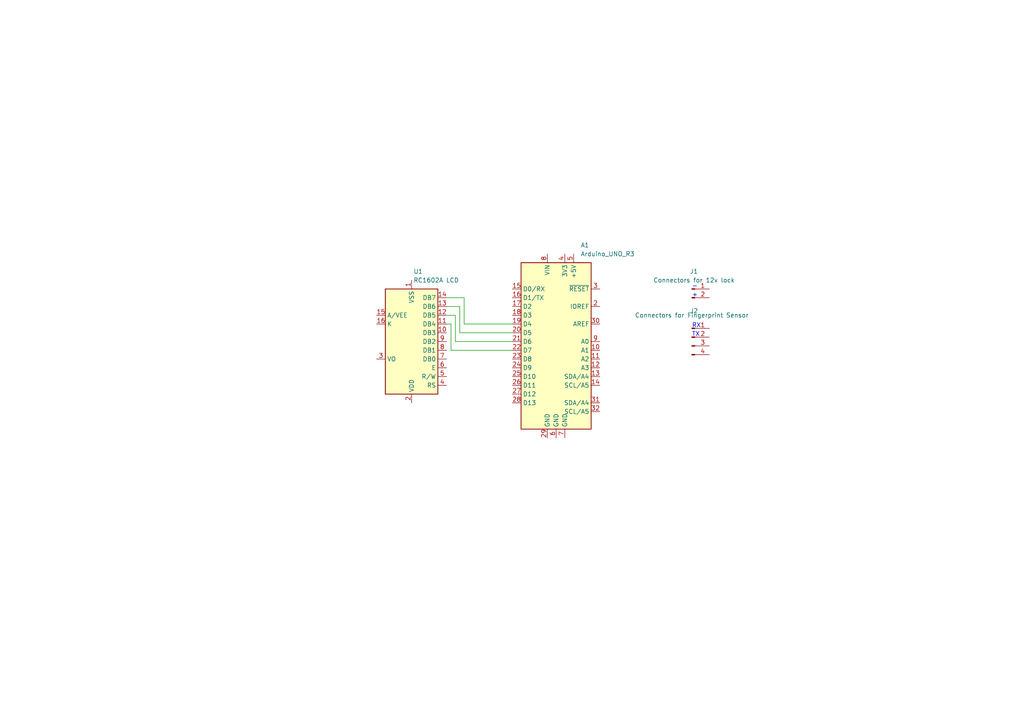
<source format=kicad_sch>
(kicad_sch (version 20211123) (generator eeschema)
  (paper "A4")
  (lib_symbols
    (symbol "Connector:Conn_01x02_Male" (pin_names (offset 1.016) hide)
      (property "Reference" "J" (at 0 2.54 0))
      (property "Value" "Conn_01x02_Male" (at 0 -5.08 0))
      (symbol "Conn_01x02_Male_1_1"
        (polyline (pts (xy 1.27 -2.54) (xy 0.8636 -2.54)) (stroke (width 0.1524)))
        (polyline (pts (xy 1.27 0) (xy 0.8636 0)) (stroke (width 0.1524)))
        (rectangle (start 0.8636 -2.413) (end 0 -2.667) (stroke (width 0.1524)) (fill (type outline)))
        (rectangle (start 0.8636 0.127) (end 0 -0.127) (stroke (width 0.1524)) (fill (type outline)))
        (pin passive line (at 5.08 0 180) (length 3.81) (name "Pin_1") (number "1"))
        (pin passive line (at 5.08 -2.54 180) (length 3.81) (name "Pin_2") (number "2"))
      )
    )
    (symbol "Connector:Conn_01x04_Male" (pin_names (offset 1.016) hide)
      (property "Reference" "J" (at 0 5.08 0))
      (property "Value" "Conn_01x04_Male" (at 0 -7.62 0))
      (symbol "Conn_01x04_Male_1_1"
        (polyline (pts (xy 1.27 -5.08) (xy 0.8636 -5.08)) (stroke (width 0.1524)))
        (polyline (pts (xy 1.27 -2.54) (xy 0.8636 -2.54)) (stroke (width 0.1524)))
        (polyline (pts (xy 1.27 0) (xy 0.8636 0)) (stroke (width 0.1524)))
        (polyline (pts (xy 1.27 2.54) (xy 0.8636 2.54)) (stroke (width 0.1524)))
        (rectangle (start 0.8636 -4.953) (end 0 -5.207) (stroke (width 0.1524)) (fill (type outline)))
        (rectangle (start 0.8636 -2.413) (end 0 -2.667) (stroke (width 0.1524)) (fill (type outline)))
        (rectangle (start 0.8636 0.127) (end 0 -0.127) (stroke (width 0.1524)) (fill (type outline)))
        (rectangle (start 0.8636 2.667) (end 0 2.413) (stroke (width 0.1524)) (fill (type outline)))
        (pin passive line (at 5.08 2.54 180) (length 3.81) (name "Pin_1") (number "1"))
        (pin passive line (at 5.08 0 180) (length 3.81) (name "Pin_2") (number "2"))
        (pin passive line (at 5.08 -2.54 180) (length 3.81) (name "Pin_3") (number "3"))
        (pin passive line (at 5.08 -5.08 180) (length 3.81) (name "Pin_4") (number "4"))
      )
    )
    (symbol "Display_Character:RC1602A"
      (property "Reference" "U" (at -6.35 16.51 0))
      (property "Value" "RC1602A" (at 2.794 16.51 0))
      (symbol "RC1602A_0_1"
        (rectangle (start -7.62 15.24) (end 7.62 -15.24) (stroke (width 0.254)) (fill (type background)))
      )
      (symbol "RC1602A_1_1"
        (pin power_in line (at 0 -17.78 90) (length 2.54) (name "VSS") (number "1"))
        (pin bidirectional line (at -10.16 -2.54 0) (length 2.54) (name "DB3") (number "10"))
        (pin bidirectional line (at -10.16 -5.08 0) (length 2.54) (name "DB4") (number "11"))
        (pin bidirectional line (at -10.16 -7.62 0) (length 2.54) (name "DB5") (number "12"))
        (pin bidirectional line (at -10.16 -10.16 0) (length 2.54) (name "DB6") (number "13"))
        (pin bidirectional line (at -10.16 -12.7 0) (length 2.54) (name "DB7") (number "14"))
        (pin power_in line (at 10.16 -7.62 180) (length 2.54) (name "A/VEE") (number "15"))
        (pin power_in line (at 10.16 -5.08 180) (length 2.54) (name "K") (number "16"))
        (pin power_in line (at 0 17.78 270) (length 2.54) (name "VDD") (number "2"))
        (pin power_in line (at 10.16 5.08 180) (length 2.54) (name "VO") (number "3"))
        (pin input line (at -10.16 12.7 0) (length 2.54) (name "RS") (number "4"))
        (pin input line (at -10.16 10.16 0) (length 2.54) (name "R/W") (number "5"))
        (pin input line (at -10.16 7.62 0) (length 2.54) (name "E") (number "6"))
        (pin bidirectional line (at -10.16 5.08 0) (length 2.54) (name "DB0") (number "7"))
        (pin bidirectional line (at -10.16 2.54 0) (length 2.54) (name "DB1") (number "8"))
        (pin bidirectional line (at -10.16 0 0) (length 2.54) (name "DB2") (number "9"))
      )
    )
    (symbol "MCU_Module:Arduino_UNO_R3"
      (property "Reference" "A" (at -10.16 23.495 0))
      (property "Value" "Arduino_UNO_R3" (at 5.08 -26.67 0))
      (symbol "Arduino_UNO_R3_0_1"
        (rectangle (start -10.16 22.86) (end 10.16 -25.4) (stroke (width 0.254)) (fill (type background)))
      )
      (symbol "Arduino_UNO_R3_1_1"
        (pin no_connect line (at -10.16 -20.32 0) (length 2.54) hide (name "NC") (number "1"))
        (pin bidirectional line (at 12.7 -2.54 180) (length 2.54) (name "A1") (number "10"))
        (pin bidirectional line (at 12.7 -5.08 180) (length 2.54) (name "A2") (number "11"))
        (pin bidirectional line (at 12.7 -7.62 180) (length 2.54) (name "A3") (number "12"))
        (pin bidirectional line (at 12.7 -10.16 180) (length 2.54) (name "SDA/A4") (number "13"))
        (pin bidirectional line (at 12.7 -12.7 180) (length 2.54) (name "SCL/A5") (number "14"))
        (pin bidirectional line (at -12.7 15.24 0) (length 2.54) (name "D0/RX") (number "15"))
        (pin bidirectional line (at -12.7 12.7 0) (length 2.54) (name "D1/TX") (number "16"))
        (pin bidirectional line (at -12.7 10.16 0) (length 2.54) (name "D2") (number "17"))
        (pin bidirectional line (at -12.7 7.62 0) (length 2.54) (name "D3") (number "18"))
        (pin bidirectional line (at -12.7 5.08 0) (length 2.54) (name "D4") (number "19"))
        (pin output line (at 12.7 10.16 180) (length 2.54) (name "IOREF") (number "2"))
        (pin bidirectional line (at -12.7 2.54 0) (length 2.54) (name "D5") (number "20"))
        (pin bidirectional line (at -12.7 0 0) (length 2.54) (name "D6") (number "21"))
        (pin bidirectional line (at -12.7 -2.54 0) (length 2.54) (name "D7") (number "22"))
        (pin bidirectional line (at -12.7 -5.08 0) (length 2.54) (name "D8") (number "23"))
        (pin bidirectional line (at -12.7 -7.62 0) (length 2.54) (name "D9") (number "24"))
        (pin bidirectional line (at -12.7 -10.16 0) (length 2.54) (name "D10") (number "25"))
        (pin bidirectional line (at -12.7 -12.7 0) (length 2.54) (name "D11") (number "26"))
        (pin bidirectional line (at -12.7 -15.24 0) (length 2.54) (name "D12") (number "27"))
        (pin bidirectional line (at -12.7 -17.78 0) (length 2.54) (name "D13") (number "28"))
        (pin power_in line (at -2.54 -27.94 90) (length 2.54) (name "GND") (number "29"))
        (pin input line (at 12.7 15.24 180) (length 2.54) (name "~{RESET}") (number "3"))
        (pin input line (at 12.7 5.08 180) (length 2.54) (name "AREF") (number "30"))
        (pin bidirectional line (at 12.7 -17.78 180) (length 2.54) (name "SDA/A4") (number "31"))
        (pin bidirectional line (at 12.7 -20.32 180) (length 2.54) (name "SCL/A5") (number "32"))
        (pin power_out line (at 2.54 25.4 270) (length 2.54) (name "3V3") (number "4"))
        (pin power_out line (at 5.08 25.4 270) (length 2.54) (name "+5V") (number "5"))
        (pin power_in line (at 0 -27.94 90) (length 2.54) (name "GND") (number "6"))
        (pin power_in line (at 2.54 -27.94 90) (length 2.54) (name "GND") (number "7"))
        (pin power_in line (at -2.54 25.4 270) (length 2.54) (name "VIN") (number "8"))
        (pin bidirectional line (at 12.7 0 180) (length 2.54) (name "A0") (number "9"))
      )
    )
  )
  (wire (pts (xy 134.62 93.98) (xy 148.59 93.98)))
  (wire (pts (xy 132.08 91.44) (xy 132.08 99.06)))
  (wire (pts (xy 130.81 93.98) (xy 130.81 101.6)))
  (wire (pts (xy 129.54 93.98) (xy 130.81 93.98)))
  (wire (pts (xy 134.62 86.36) (xy 134.62 93.98)))
  (wire (pts (xy 133.35 88.9) (xy 133.35 96.52)))
  (wire (pts (xy 129.54 91.44) (xy 132.08 91.44)))
  (wire (pts (xy 129.54 88.9) (xy 133.35 88.9)))
  (wire (pts (xy 130.81 101.6) (xy 148.59 101.6)))
  (wire (pts (xy 133.35 96.52) (xy 148.59 96.52)))
  (wire (pts (xy 132.08 99.06) (xy 148.59 99.06)))
  (wire (pts (xy 129.54 86.36) (xy 134.62 86.36)))
  (text "+" (at 200.66 86.36 0) (effects (font (size 1.27 1.27)) (justify left bottom)))
  (text "TX" (at 200.66 97.79 0) (effects (font (size 1.27 1.27)) (justify left bottom)))
  (text "-" (at 200.66 83.82 0) (effects (font (size 1.27 1.27)) (justify left bottom)))
  (text "RX" (at 200.66 95.25 0) (effects (font (size 1.27 1.27)) (justify left bottom)))
  (symbol (lib_id "Connector:Conn_01x04_Male") (at 200.66 97.79 0) (unit 1)
    (property "Reference" "J2" (at 201.295 90.17 0))
    (property "Value" "Connectors for Fingerprint Sensor" (at 200.66 91.44 0))
  )
  (symbol (lib_id "MCU_Module:Arduino_UNO_R3") (at 161.29 99.06 0) (unit 1)
    (property "Reference" "A1" (at 168.3894 71.12 0) (effects (justify left)))
    (property "Value" "Arduino_UNO_R3" (at 168.3894 73.66 0) (effects (justify left)))
    (property "Footprint" "Module:Arduino_UNO_R3" (effects hide))
    (property "Datasheet" "https://www.arduino.cc/en/Main/arduinoBoardUno" (effects hide))
  )
  (symbol (lib_id "Display_Character:RC1602A") (at 119.38 99.06 180) (unit 1)
    (property "Reference" "U1" (at 119.9006 78.74 0) (effects (justify right)))
    (property "Value" "RC1602A LCD" (at 119.9006 81.28 0) (effects (justify right)))
    (property "Footprint" "Display:RC1602A" (effects hide))
    (property "Datasheet" "http://www.raystar-optronics.com/down.php?ProID=18" (effects hide))
  )
  (symbol (lib_id "Connector:Conn_01x02_Male") (at 200.66 83.82 0) (unit 1)
    (property "Reference" "J1" (at 201.295 78.74 0))
    (property "Value" "Connectors for 12v lock" (at 201.295 81.28 0))
  )
)
</source>
